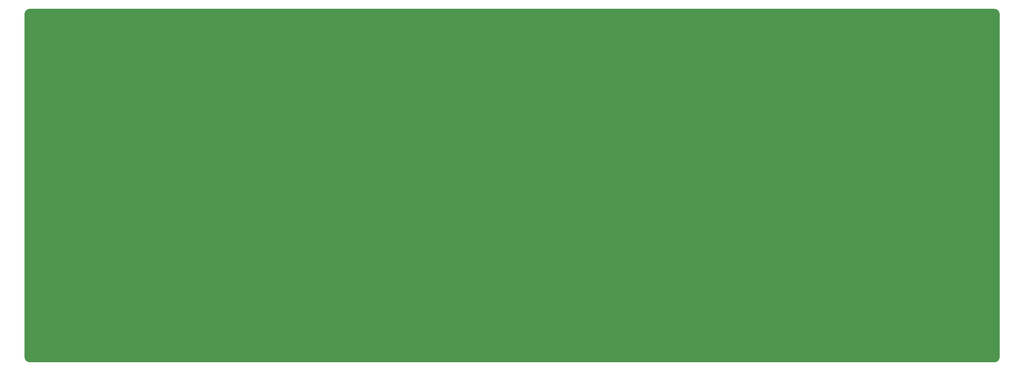
<source format=gbr>
%TF.GenerationSoftware,KiCad,Pcbnew,(5.99.0-2421-g2ea5528cd)*%
%TF.CreationDate,2020-08-19T21:21:45-04:00*%
%TF.ProjectId,bottom,626f7474-6f6d-42e6-9b69-6361645f7063,rev?*%
%TF.SameCoordinates,Original*%
%TF.FileFunction,Copper,L2,Bot*%
%TF.FilePolarity,Positive*%
%FSLAX46Y46*%
G04 Gerber Fmt 4.6, Leading zero omitted, Abs format (unit mm)*
G04 Created by KiCad (PCBNEW (5.99.0-2421-g2ea5528cd)) date 2020-08-19 21:21:45*
%MOMM*%
%LPD*%
G01*
G04 APERTURE LIST*
%TA.AperFunction,ComponentPad*%
%ADD10C,5.000000*%
%TD*%
%TA.AperFunction,ComponentPad*%
%ADD11C,5.700000*%
%TD*%
%TA.AperFunction,Conductor*%
%ADD12C,0.254000*%
%TD*%
G04 APERTURE END LIST*
D10*
%TO.P,H14,1,1*%
%TO.N,FrontCuFill*%
X-23613000Y51080000D03*
%TD*%
D11*
%TO.P,H5,1,1*%
%TO.N,FrontCuFill*%
X223000000Y79852446D03*
%TD*%
%TO.P,H7,1,1*%
%TO.N,FrontCuFill*%
X-57000000Y-45000000D03*
%TD*%
%TO.P,H10,1,1*%
%TO.N,FrontCuFill*%
X153000000Y-45000000D03*
%TD*%
%TO.P,H9,1,1*%
%TO.N,FrontCuFill*%
X83000000Y-45000000D03*
%TD*%
%TO.P,H12,1,1*%
%TO.N,FrontCuFill*%
X293000000Y-45000000D03*
%TD*%
%TO.P,H4,1,1*%
%TO.N,FrontCuFill*%
X153000000Y79852446D03*
%TD*%
%TO.P,H8,1,1*%
%TO.N,FrontCuFill*%
X13000000Y-45000000D03*
%TD*%
D10*
%TO.P,H13,1,1*%
%TO.N,FrontCuFill*%
X259613000Y51080000D03*
%TD*%
D11*
%TO.P,H3,1,1*%
%TO.N,FrontCuFill*%
X83000000Y79852446D03*
%TD*%
%TO.P,H2,1,1*%
%TO.N,FrontCuFill*%
X13000000Y79852446D03*
%TD*%
%TO.P,H11,1,1*%
%TO.N,FrontCuFill*%
X223000000Y-45000000D03*
%TD*%
%TO.P,H1,1,1*%
%TO.N,FrontCuFill*%
X-57000000Y79852446D03*
%TD*%
%TO.P,H6,1,1*%
%TO.N,FrontCuFill*%
X293000000Y79852446D03*
%TD*%
%TO.N,FrontCuFill*%
D12*
X312940588Y88916463D02*
X312949852Y88915153D01*
X312960966Y88914416D01*
X312961345Y88914392D01*
X313247439Y88897144D01*
X313491283Y88852610D01*
X313728027Y88779099D01*
X313954215Y88677684D01*
X314166573Y88549834D01*
X314362050Y88397385D01*
X314537788Y88222564D01*
X314691249Y88027900D01*
X314820219Y87816198D01*
X314922816Y87590544D01*
X314997563Y87354200D01*
X315043376Y87110579D01*
X315062401Y86820303D01*
X315063622Y86811421D01*
X315066000Y86800136D01*
X315066001Y-51931487D01*
X315064017Y-51940588D01*
X315062707Y-51949852D01*
X315061970Y-51960966D01*
X315061946Y-51961345D01*
X315044698Y-52247441D01*
X315000163Y-52491291D01*
X314926655Y-52728024D01*
X314825243Y-52954204D01*
X314697384Y-53166578D01*
X314544939Y-53362050D01*
X314370122Y-53537785D01*
X314175454Y-53691249D01*
X313963751Y-53820219D01*
X313738096Y-53922818D01*
X313501746Y-53997565D01*
X313258141Y-54043376D01*
X312967857Y-54062401D01*
X312958975Y-54063622D01*
X312947690Y-54066000D01*
X-76931491Y-54066000D01*
X-76940587Y-54064017D01*
X-76949851Y-54062707D01*
X-76960965Y-54061970D01*
X-76961344Y-54061946D01*
X-77247440Y-54044698D01*
X-77491290Y-54000163D01*
X-77728023Y-53926655D01*
X-77954203Y-53825243D01*
X-78166577Y-53697384D01*
X-78362049Y-53544939D01*
X-78537784Y-53370122D01*
X-78691248Y-53175454D01*
X-78820218Y-52963751D01*
X-78922817Y-52738096D01*
X-78997564Y-52501746D01*
X-79043375Y-52258141D01*
X-79062400Y-51967857D01*
X-79063621Y-51958975D01*
X-79065999Y-51947690D01*
X-79065999Y86783938D01*
X-79064016Y86793034D01*
X-79062706Y86802298D01*
X-79061969Y86813412D01*
X-79061945Y86813791D01*
X-79044697Y87099885D01*
X-79000163Y87343729D01*
X-78926652Y87580473D01*
X-78825237Y87806661D01*
X-78697387Y88019019D01*
X-78544938Y88214496D01*
X-78370117Y88390234D01*
X-78175453Y88543695D01*
X-77963751Y88672665D01*
X-77738097Y88775262D01*
X-77501753Y88850009D01*
X-77258132Y88895822D01*
X-76967856Y88914847D01*
X-76958974Y88916068D01*
X-76947689Y88918446D01*
X312931492Y88918446D01*
X312940588Y88916463D01*
%TA.AperFunction,Conductor*%
G36*
X312940588Y88916463D02*
G01*
X312949852Y88915153D01*
X312960966Y88914416D01*
X312961345Y88914392D01*
X313247439Y88897144D01*
X313491283Y88852610D01*
X313728027Y88779099D01*
X313954215Y88677684D01*
X314166573Y88549834D01*
X314362050Y88397385D01*
X314537788Y88222564D01*
X314691249Y88027900D01*
X314820219Y87816198D01*
X314922816Y87590544D01*
X314997563Y87354200D01*
X315043376Y87110579D01*
X315062401Y86820303D01*
X315063622Y86811421D01*
X315066000Y86800136D01*
X315066001Y-51931487D01*
X315064017Y-51940588D01*
X315062707Y-51949852D01*
X315061970Y-51960966D01*
X315061946Y-51961345D01*
X315044698Y-52247441D01*
X315000163Y-52491291D01*
X314926655Y-52728024D01*
X314825243Y-52954204D01*
X314697384Y-53166578D01*
X314544939Y-53362050D01*
X314370122Y-53537785D01*
X314175454Y-53691249D01*
X313963751Y-53820219D01*
X313738096Y-53922818D01*
X313501746Y-53997565D01*
X313258141Y-54043376D01*
X312967857Y-54062401D01*
X312958975Y-54063622D01*
X312947690Y-54066000D01*
X-76931491Y-54066000D01*
X-76940587Y-54064017D01*
X-76949851Y-54062707D01*
X-76960965Y-54061970D01*
X-76961344Y-54061946D01*
X-77247440Y-54044698D01*
X-77491290Y-54000163D01*
X-77728023Y-53926655D01*
X-77954203Y-53825243D01*
X-78166577Y-53697384D01*
X-78362049Y-53544939D01*
X-78537784Y-53370122D01*
X-78691248Y-53175454D01*
X-78820218Y-52963751D01*
X-78922817Y-52738096D01*
X-78997564Y-52501746D01*
X-79043375Y-52258141D01*
X-79062400Y-51967857D01*
X-79063621Y-51958975D01*
X-79065999Y-51947690D01*
X-79065999Y86783938D01*
X-79064016Y86793034D01*
X-79062706Y86802298D01*
X-79061969Y86813412D01*
X-79061945Y86813791D01*
X-79044697Y87099885D01*
X-79000163Y87343729D01*
X-78926652Y87580473D01*
X-78825237Y87806661D01*
X-78697387Y88019019D01*
X-78544938Y88214496D01*
X-78370117Y88390234D01*
X-78175453Y88543695D01*
X-77963751Y88672665D01*
X-77738097Y88775262D01*
X-77501753Y88850009D01*
X-77258132Y88895822D01*
X-76967856Y88914847D01*
X-76958974Y88916068D01*
X-76947689Y88918446D01*
X312931492Y88918446D01*
X312940588Y88916463D01*
G37*
%TD.AperFunction*%
%TD*%
M02*

</source>
